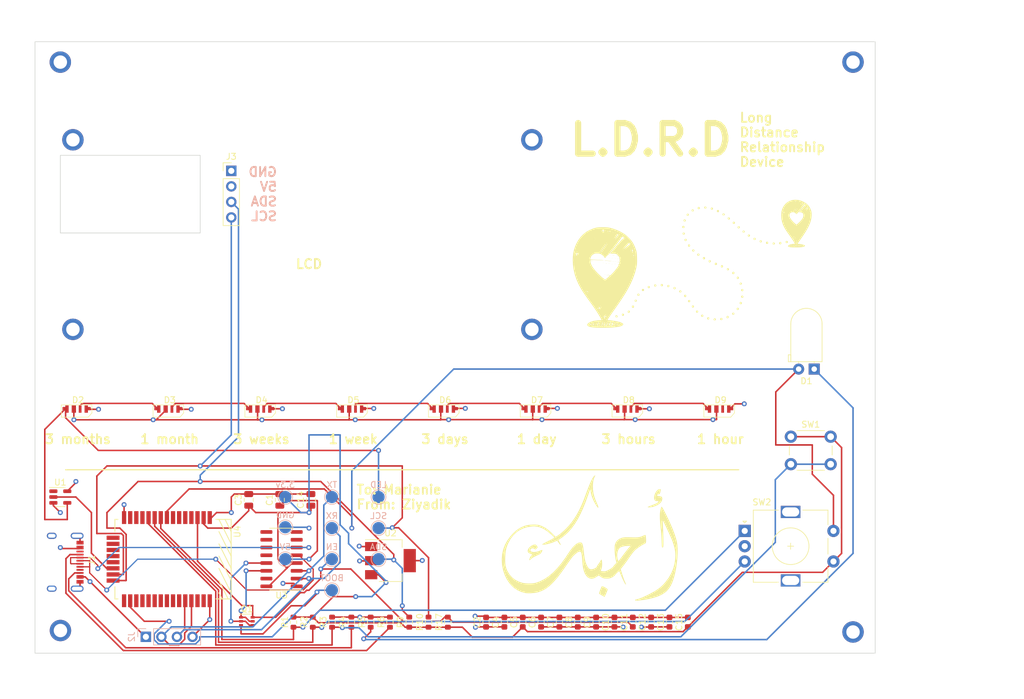
<source format=kicad_pcb>
(kicad_pcb (version 20211014) (generator pcbnew)
  (layers (0 "F.Cu" signal) (1 "In1.Cu" power) (2 "In2.Cu" power) (31 "B.Cu" signal) (34 "B.Paste" user) (35 "F.Paste" user) (36 "B.SilkS" user "B.Silkscreen") (37 "F.SilkS" user "F.Silkscreen") (38 "B.Mask" user) (39 "F.Mask" user) (44 "Edge.Cuts" user))
  (net 0 "")
  (net 1 "+5V")
  (net 2 "GND")
  (net 3 "+3V3")
  (net 4 "/ESP32_EN")
  (net 5 "Net-(D1-Pad1)")
  (net 6 "/push")
  (net 15 "/USB_SERIAL_RXI")
  (net 16 "/USB_SERIAL_TXO")
  (net 17 "/RTS")
  (net 18 "/DTR")
  (net 19 "/ESP32_BOOT")
  (net 20 "/RA")
  (net 21 "/RB")
  (net 22 "/light_switch")
  (net 23 "/USB_CC2")
  (net 24 "/USB_CC1")
  (net 25 "/SDA")
  (net 26 "/SCL")
  (net 27 "/LED_DATA_5V")
  (net 29 "/LED_DATA_3V3")
  (net 30 "/USB_D+")
  (net 31 "/USB_D-")
  (net 39 "Net-(D2-Pad3)")
  (net 40 "Net-(D3-Pad3)")
  (net 41 "Net-(D4-Pad3)")
  (net 42 "Net-(D5-Pad3)")
  (net 43 "Net-(D6-Pad3)")
  (net 44 "Net-(D7-Pad3)")
  (net 45 "Net-(D8-Pad3)")
  (footprint "Holes:MountingHole_2.2mm_M2_ISO7380_Pad_NonVirtual" (layer "F.Cu") (at 106.2 97.04)
    (fp_text reference "H3" hide)
    (fp_text value "AlignmentHole")
  )
  (footprint "LOGO" (layer "F.Cu") (at 208.28 86.36)
    (fp_text reference "" hide)
    (fp_text value "LOGO" hide)
  )
  (footprint "Capacitor_SMD:C_0805_2012Metric" (layer "F.Cu") (at 134.93 124.92 90)
    (fp_text reference "C3")
    (fp_text value "10uF")
  )
  (footprint "LOGO" (layer "F.Cu") (at 190.5 134.62)
    (fp_text reference "G***" hide)
    (fp_text value "LOGO" hide)
  )
  (footprint "Holes:MountingHole_2.2mm_M2_ISO7380_Pad_NonVirtual" (layer "F.Cu") (at 233.68 53.34)
    (fp_text reference "H4" hide)
    (fp_text value "MountHole")
  )
  (footprint "Capacitor_SMD:C_0603_1608Metric" (layer "F.Cu") (at 203.68272 144.92058 90)
    (fp_text reference "C13")
    (fp_text value "0.1uF")
  )
  (footprint "sk6812:SK6812-SIDE-A" (layer "F.Cu") (at 210 110)
    (fp_text reference "D9")
    (fp_text value "SK6812SIDE-A")
  )
  (footprint "Resistor_SMD:R_0603_1608Metric" (layer "F.Cu") (at 151.699375 144.92058 90)
    (fp_text reference "R4")
    (fp_text value "5.1k")
  )
  (footprint "Capacitor_SMD:C_0603_1608Metric" (layer "F.Cu") (at 200.685448 144.92058 90)
    (fp_text reference "C12")
    (fp_text value "0.1uF")
  )
  (footprint "Holes:MountingHole_2.2mm_M2_ISO7380_Pad_NonVirtual" (layer "F.Cu") (at 233.68 146.53)
    (fp_text reference "H7" hide)
    (fp_text value "MountHole")
  )
  (footprint "Resistor_SMD:R_0603_1608Metric" (layer "F.Cu") (at 167.465 144.92058 90)
    (fp_text reference "R17")
    (fp_text value "10k")
  )
  (footprint "Resistor_SMD:R_0603_1608Metric" (layer "F.Cu") (at 158.005625 144.92058 90)
    (fp_text reference "R6")
    (fp_text value "5.1k")
  )
  (footprint "Capacitor_SMD:C_0603_1608Metric" (layer "F.Cu") (at 206.68 144.92058 90)
    (fp_text reference "C15")
    (fp_text value "0.1uF")
  )
  (footprint "Capacitor_SMD:C_0603_1608Metric" (layer "F.Cu") (at 197.688176 144.92058 90)
    (fp_text reference "C11")
    (fp_text value "1uF")
  )
  (footprint "Resistor_SMD:R_0603_1608Metric" (layer "F.Cu") (at 142.24 144.92058 -90)
    (fp_text reference "R1")
    (fp_text value "5.1k")
  )
  (footprint "Rotary_Encoder:RotaryEncoder_Alps_EC11E-Switch_Vertical_H20mm" (layer "F.Cu") (at 215.98 130)
    (fp_text reference "SW2")
    (fp_text value "Scroll Click Wheel")
  )
  (footprint "Holes:MountingHole_2.2mm_M2_ISO7380_Pad_NonVirtual" (layer "F.Cu") (at 181.2 66.04)
    (fp_text reference "H1" hide)
    (fp_text value "AlignmentHole")
  )
  (footprint "Package_TO_SOT_SMD:SOT-23-5" (layer "F.Cu") (at 104.14 124.46)
    (fp_text reference "U1")
    (fp_text value "SN74LV1T34DBV")
  )
  (footprint "Package_SO:SOIC-16_3.9x9.9mm_P1.27mm" (layer "F.Cu") (at 140.29 134.62 180)
    (fp_text reference "U3")
    (fp_text value "CH340C")
  )
  (footprint "sk6812:SK6812-SIDE-A" (layer "F.Cu") (at 105 110)
    (fp_text reference "D2")
    (fp_text value "SK6812SIDE-A")
  )
  (footprint "Capacitor_SMD:C_0805_2012Metric" (layer "F.Cu") (at 145.09 124.92 90)
    (fp_text reference "C14")
    (fp_text value "10uF")
  )
  (footprint "Resistor_SMD:R_0603_1608Metric" (layer "F.Cu") (at 164.311875 144.92058 90)
    (fp_text reference "R10")
    (fp_text value "2.2k")
  )
  (footprint "Capacitor_SMD:C_0603_1608Metric" (layer "F.Cu") (at 182.701816 144.92058 90)
    (fp_text reference "C6")
    (fp_text value "0.1uF")
  )
  (footprint "Button_Switch_THT:SW_PUSH_6mm_H4.3mm" (layer "F.Cu") (at 223.52 114.59)
    (fp_text reference "SW1")
    (fp_text value "Light Switch")
  )
  (footprint "sk6812:SK6812-SIDE-A" (layer "F.Cu") (at 165 110)
    (fp_text reference "D6")
    (fp_text value "SK6812SIDE-A")
  )
  (footprint "Holes:MountingHole_2.2mm_M2_ISO7380_Pad_NonVirtual" (layer "F.Cu") (at 181.2 97.04)
    (fp_text reference "H8" hide)
    (fp_text value "AlignmentHole")
  )
  (footprint "sk6812:SK6812-SIDE-A" (layer "F.Cu") (at 180 110)
    (fp_text reference "D7")
    (fp_text value "SK6812SIDE-A")
  )
  (footprint "Holes:MountingHole_2.2mm_M2_ISO7380_Pad_NonVirtual" (layer "F.Cu") (at 106.2 66.04)
    (fp_text reference "H9" hide)
    (fp_text value "AlignmentHole")
  )
  (footprint "Capacitor_SMD:C_0805_2012Metric" (layer "F.Cu") (at 140.01 124.92 90)
    (fp_text reference "C1")
    (fp_text value "10uF")
  )
  (footprint "Capacitor_SMD:C_0603_1608Metric" (layer "F.Cu") (at 185.699088 144.92058 90)
    (fp_text reference "C7")
    (fp_text value "0.1uF")
  )
  (footprint "LED_THT:LED_D5.0mm_Horizontal_O1.27mm_Z15.0mm" (layer "F.Cu") (at 227.335 103.535 180)
    (fp_text reference "D1")
    (fp_text value "LED")
  )
  (footprint "Holes:MountingHole_2.2mm_M2_ISO7380_Pad_NonVirtual" (layer "F.Cu") (at 104.14 53.34)
    (fp_text reference "H6" hide)
    (fp_text value "MountHole")
  )
  (footprint "Capacitor_SMD:C_0603_1608Metric" (layer "F.Cu") (at 191.693632 144.92058 90)
    (fp_text reference "C9")
    (fp_text value "0.1uF")
  )
  (footprint "Resistor_SMD:R_0603_1608Metric" (layer "F.Cu") (at 148.54625 144.92058 90)
    (fp_text reference "R3")
    (fp_text value "5.1k")
  )
  (footprint "Resistor_SMD:R_0603_1608Metric" (layer "F.Cu") (at 154.8525 144.92058 90)
    (fp_text reference "R5")
    (fp_text value "5.1k")
  )
  (footprint "Resistor_SMD:R_0603_1608Metric" (layer "F.Cu") (at 145.393125 144.92058 90)
    (fp_text reference "R2")
    (fp_text value "5.1k")
  )
  (footprint "Capacitor_SMD:C_0603_1608Metric" (layer "F.Cu") (at 179.704544 144.92058 90)
    (fp_text reference "C5")
    (fp_text value "0.1uF")
  )
  (footprint "Capacitor_SMD:C_0603_1608Metric" (layer "F.Cu") (at 176.707272 144.92058 90)
    (fp_text reference "C4")
    (fp_text value "0.1uF")
  )
  (footprint "sk6812:SK6812-SIDE-A" (layer "F.Cu") (at 135 110)
    (fp_text reference "D4")
    (fp_text value "SK6812SIDE-A")
  )
  (footprint "Capacitor_SMD:C_0603_1608Metric" (layer "F.Cu") (at 194.690904 144.92058 90)
    (fp_text reference "C10")
    (fp_text value "0.1uF")
  )
  (footprint "sk6812:SK6812-SIDE-A" (layer "F.Cu") (at 120 110)
    (fp_text reference "D3")
    (fp_text value "SK6812SIDE-A")
  )
  (footprint "lilygo_micro32:T-Micro32" (layer "F.Cu") (at 128.5575 128.12 -90)
    (fp_text reference "U4")
    (fp_text value "T-Micro32_Plus")
  )
  (footprint "Resistor_SMD:R_0603_1608Metric" (layer "F.Cu") (at 161.15875 144.92058 90)
    (fp_text reference "R9")
    (fp_text value "2.2k")
  )
  (footprint "sk6812:SK6812-SIDE-A" (layer "F.Cu") (at 150 110)
    (fp_text reference "D5")
    (fp_text value "SK6812SIDE-A")
  )
  (footprint "Package_TO_SOT_SMD:SOT-223-3_TabPin2" (layer "F.Cu") (at 158.09 134.86)
    (fp_text reference "U2")
    (fp_text value "AP2114HA-3.3")
  )
  (footprint "sk6812:SK6812-SIDE-A" (layer "F.Cu") (at 195 110)
    (fp_text reference "D8")
    (fp_text value "SK6812SIDE-A")
  )
  (footprint "Capacitor_SMD:C_0603_1608Metric" (layer "F.Cu") (at 173.71 144.92058 90)
    (fp_text reference "C2")
    (fp_text value "0.1uF")
  )
  (footprint "Capacitor_SMD:C_0603_1608Metric" (layer "F.Cu") (at 188.69636 144.92058 90)
    (fp_text reference "C8")
    (fp_text value "0.1uF")
  )
  (footprint "Holes:MountingHole_2.2mm_M2_ISO7380_Pad_NonVirtual" (layer "F.Cu") (at 104.16 146.29)
    (fp_text reference "H2" hide)
    (fp_text value "MountHole")
  )
  (footprint "Connector_PinHeader_2.54mm:PinHeader_1x04_P2.54mm_Vertical" (layer "F.Cu") (at 132.08 71.12)
    (fp_text reference "J3")
    (fp_text value "Conn_01x04")
  )
  (footprint "usb-c:USB_C_Receptacle_XKB_U262-161N-4BVC11" (layer "F.Cu") (at 102.34 134.62 -90)
    (fp_text reference "J1")
    (fp_text value "USB_C_Receptacle_USB2.0")
  )
  (footprint "Package_TO_SOT_SMD:SOT-363_SC-70-6" (layer "F.Cu") (at 134.62 144.78)
    (fp_text reference "Q1")
    (fp_text value "UMH3N")
  )
  (footprint "Modified:TestPoint_Pad_D2.0mm_ValueSilk" (layer "B.Cu") (at 140.9 124.46 180)
    (fp_text reference "TP3" hide)
    (fp_text value "3.3v" hide)
  )
  (footprint "Modified:TestPoint_Pad_D2.0mm_ValueSilk" (layer "B.Cu") (at 156.14 124.46 180)
    (fp_text reference "TP4" hide)
    (fp_text value "LED" hide)
  )
  (footprint "Modified:TestPoint_Pad_D2.0mm_ValueSilk" (layer "B.Cu") (at 156.14 134.62 180)
    (fp_text reference "TP5" hide)
    (fp_text value "SDA" hide)
  )
  (footprint "Modified:TestPoint_Pad_D2.0mm_ValueSilk" (layer "B.Cu") (at 140.9 134.62 180)
    (fp_text reference "TP1" hide)
    (fp_text value "5V" hide)
  )
  (footprint "Modified:TestPoint_Pad_D2.0mm_ValueSilk" (layer "B.Cu") (at 140.9 129.4 180)
    (fp_text reference "TP2" hide)
    (fp_text value "GND" hide)
  )
  (footprint "Modified:TestPoint_Pad_D2.0mm_ValueSilk" (layer "B.Cu") (at 148.52 134.62 180)
    (fp_text reference "TP7" hide)
    (fp_text value "EN" hide)
  )
  (footprint "Modified:TestPoint_Pad_D2.0mm_ValueSilk" (layer "B.Cu") (at 148.52 139.7 180)
    (fp_text reference "TP8" hide)
    (fp_text value "BOOT" hide)
  )
  (footprint "Modified:TestPoint_Pad_D2.0mm_ValueSilk" (layer "B.Cu") (at 156.14 129.54 180)
    (fp_text reference "TP6" hide)
    (fp_text value "SCL" hide)
  )
  (footprint "Modified:TestPoint_Pad_D2.0mm_ValueSilk" (layer "B.Cu") (at 148.52 129.54 180)
    (fp_text reference "TP10" hide)
    (fp_text value "RX" hide)
  )
  (footprint "Connector_PinHeader_2.54mm:PinHeader_1x04_P2.54mm_Vertical" (layer "B.Cu") (at 118.12 147.32 -90)
    (fp_text reference "J2")
    (fp_text value "Conn_01x04")
  )
  (footprint "Modified:TestPoint_Pad_D2.0mm_ValueSilk" (layer "B.Cu") (at 148.52 124.46 180)
    (fp_text reference "TP9" hide)
    (fp_text value "TX" hide)
  )
  (gr_line (start 105 120) (end 215 120) (layer "F.SilkS") (width 0.2))
  (gr_rect (start 100 50) (end 237.3 150) (layer "Edge.Cuts") (width 0.1) (fill none))
  (gr_rect (start 104.14 68.58) (end 127 81.28) (layer "Edge.Cuts") (width 0.1) (fill none))
  (gr_text "GND\n5V\nSDA\nSCL" (at 139.7 74.928226) (layer "B.SilkS") (effects (font (size 1.5 1.5) (thickness 0.3)) (justify left mirror)))
  (gr_text "To: Marianie\nFrom: Ziyadik" (at 152.4 124.46) (layer "F.SilkS") (effects (font (size 1.5 1.5) (thickness 0.3)) (justify left)))
  (gr_text "3 days" (at 167 115) (layer "F.SilkS") (effects (font (size 1.5 1.5) (thickness 0.3))))
  (gr_text "1 hour" (at 212 115) (layer "F.SilkS") (effects (font (size 1.5 1.5) (thickness 0.3))))
  (gr_text "1 day" (at 182 115) (layer "F.SilkS") (effects (font (size 1.5 1.5) (thickness 0.3))))
  (gr_text "LCD" (at 144.78 86.36) (layer "F.SilkS") (effects (font (size 1.5 1.5) (thickness 0.3))))
  (gr_text "L.D.R.D" (at 200.66 66.04) (layer "F.SilkS") (effects (font (size 5 5) (thickness 1))))
  (gr_text "3 months" (at 107 115) (layer "F.SilkS") (effects (font (size 1.5 1.5) (thickness 0.3))))
  (gr_text "3 weeks" (at 137 115) (layer "F.SilkS") (effects (font (size 1.5 1.5) (thickness 0.3))))
  (gr_text "3 hours" (at 197 115) (layer "F.SilkS") (effects (font (size 1.5 1.5) (thickness 0.3))))
  (gr_text "1 month" (at 122 115) (layer "F.SilkS") (effects (font (size 1.5 1.5) (thickness 0.3))))
  (gr_text "1 week" (at 152 115) (layer "F.SilkS") (effects (font (size 1.5 1.5) (thickness 0.3))))
  (gr_text "Long \nDistance \nRelationship \nDevice" (at 215 66.04) (layer "F.SilkS") (effects (font (size 1.5 1.5) (thickness 0.3)) (justify left)))
  (segment (start 119.312844 111.827156) (end 119.807464 111.827156) (width 0.25) (layer "F.Cu") (net 1))
  (segment (start 119.807464 111.827156) (end 121.35 110.28462) (width 0.25) (layer "F.Cu") (net 1))
  (segment (start 166.35 110) (end 166.308082 110.041918) (width 0.25) (layer "F.Cu") (net 1))
  (segment (start 108.220409 137.52) (end 107.36 137.52) (width 0.25) (layer "F.Cu") (net 1))
  (segment (start 181.35 110.525) (end 181.331194 110.543806) (width 0.25) (layer "F.Cu") (net 1))
  (segment (start 181.35 110) (end 181.35 110.525) (width 0.25) (layer "F.Cu") (net 1))
  (segment (start 182.701816 145.69558) (end 185.699088 145.69558) (width 0.25) (layer "F.Cu") (net 1))
  (segment (start 194.690904 145.69558) (end 196.074012 145.69558) (width 0.25) (layer "F.Cu") (net 1))
  (segment (start 173.71 145.69558) (end 172.037188 145.69558) (width 0.25) (layer "F.Cu") (net 1))
  (segment (start 136.35 110) (end 136.374539 110.024539) (width 0.25) (layer "F.Cu") (net 1))
  (segment (start 196.074012 145.69558) (end 196.100914 145.722482) (width 0.25) (layer "F.Cu") (net 1))
  (segment (start 106.35 110) (end 106.35 111.820986) (width 0.25) (layer "F.Cu") (net 1))
  (segment (start 166.288456 111.823773) (end 152.336227 111.823773) (width 0.25) (layer "F.Cu") (net 1))
  (segment (start 106.35617 111.827156) (end 119.312844 111.827156) (width 0.25) (layer "F.Cu") (net 1))
  (segment (start 182.844133 111.795867) (end 181.331194 111.795867) (width 0.25) (layer "F.Cu") (net 1))
  (segment (start 107.36 132.72) (end 107.196799 132.883201) (width 0.25) (layer "F.Cu") (net 1))
  (segment (start 199.087118 145.722482) (end 200.658546 145.722482) (width 0.25) (layer "F.Cu") (net 1))
  (segment (start 136.374539 111.802538) (end 136.349921 111.827156) (width 0.25) (layer "F.Cu") (net 1))
  (segment (start 154.94 132.56) (end 153.04644 132.56) (width 0.25) (layer "F.Cu") (net 1))
  (segment (start 146.14 133.26) (end 144.78 134.62) (width 0.25) (layer "F.Cu") (net 1))
  (segment (start 140.01 125.87) (end 140.835 125.045) (width 0.25) (layer "F.Cu") (net 1))
  (segment (start 136.349921 111.827156) (end 119.807464 111.827156) (width 0.25) (layer "F.Cu") (net 1))
  (segment (start 151.35 110) (end 151.35 111.823773) (width 0.25) (layer "F.Cu") (net 1))
  (segment (start 200.658546 145.722482) (end 200.685448 145.69558) (width 0.25) (layer "F.Cu") (net 1))
  (segment (start 181.331194 110.543806) (end 181.331194 111.795867) (width 0.25) (layer "F.Cu") (net 1))
  (segment (start 173.71 145.69558) (end 176.707272 145.69558) (width 0.25) (layer "F.Cu") (net 1))
  (segment (start 136.374539 110.024539) (end 136.374539 111.802538) (width 0.25) (layer "F.Cu") (net 1))
  (segment (start 136.408054 111.836053) (end 136.374539 111.802538) (width 0.25) (layer "F.Cu") (net 1))
  (segment (start 106.68 122.1075) (end 106.68 121.92) (width 0.25) (layer "F.Cu") (net 1))
  (segment (start 181.331194 111.795867) (end 181.322914 111.804147) (width 0.25) (layer "F.Cu") (net 1))
  (segment (start 167.595853 111.804147) (end 166.308082 111.804147) (width 0.25) (layer "F.Cu") (net 1))
  (segment (start 121.35 110.28462) (end 121.35 110) (width 0.25) (layer "F.Cu") (net 1))
  (segment (start 181.322914 111.804147) (end 167.595853 111.804147) (width 0.25) (layer "F.Cu") (net 1))
  (segment (start 152.336227 111.823773) (end 151.35 111.823773) (width 0.25) (layer "F.Cu") (net 1))
  (segment (start 196.35 110) (end 196.35 111.710414) (width 0.25) (layer "F.Cu") (net 1))
  (segment (start 166.308082 111.804147) (end 166.288456 111.823773) (width 0.25) (layer "F.Cu") (net 1))
  (segment (start 118.12 147.32) (end 118.020409 147.32) (width 0.25) (layer "F.Cu") (net 1))
  (segment (start 211.369851 110.019851) (end 211.369851 111.771732) (width 0.25) (layer "F.Cu") (net 1))
  (segment (start 166.308082 110.041918) (end 166.308082 111.804147) (width 0.25) (layer "F.Cu") (net 1))
  (segment (start 107.196799 132.883201) (end 104.304531 132.883201) (width 0.25) (layer "F.Cu") (net 1))
  (segment (start 210.784133 111.795867) (end 198.084133 111.795867) (width 0.25) (layer "F.Cu") (net 1))
  (segment (start 211.35 110) (end 211.369851 110.019851) (width 0.25) (layer "F.Cu") (net 1))
  (segment (start 185.699088 145.69558) (end 188.69636 145.69558) (width 0.25) (layer "F.Cu") (net 1))
  (segment (start 151.33772 111.836053) (end 137.083947 111.836053) (width 0.25) (layer "F.Cu") (net 1))
  (segment (start 211.369851 111.771732) (end 211.345716 111.795867) (width 0.25) (layer "F.Cu") (net 1))
  (segment (start 118.020409 147.32) (end 108.993401 138.292992) (width 0.25) (layer "F.Cu") (net 1))
  (segment (start 104.304531 132.883201) (end 104.14 132.71867) (width 0.25) (layer "F.Cu") (net 1))
  (segment (start 146.098858 125.045) (end 146.14 125.086142) (width 0.25) (layer "F.Cu") (net 1))
  (segment (start 151.35 111.823773) (end 151.33772 111.836053) (width 0.25) (layer "F.Cu") (net 1))
  (segment (start 191.693632 145.69558) (end 194.690904 145.69558) (width 0.25) (layer "F.Cu") (net 1))
  (segment (start 146.14 125.086142) (end 146.14 133.26) (width 0.25) (layer "F.Cu") (net 1))
  (segment (start 153.04644 132.56) (end 152.979227 132.492787) (width 0.25) (layer "F.Cu") (net 1))
  (segment (start 105.2775 123.51) (end 106.68 122.1075) (width 0.25) (layer "F.Cu") (net 1))
  (segment (start 136.35 110) (end 136.35 110.03) (width 0.25) (layer "F.Cu") (net 1))
  (segment (start 196.264547 111.795867) (end 182.844133 111.795867) (width 0.25) (layer "F.Cu") (net 1))
  (segment (start 106.35 111.820986) (end 106.35617 111.827156) (width 0.25) (layer "F.Cu") (net 1))
  (segment (start 172.037188 145.69558) (end 171.973401 145.759367) (width 0.25) (layer "F.Cu") (net 1))
  (segment (start 140.835 125.045) (end 146.098858 125.045) (width 0.25) (layer "F.Cu") (net 1))
  (segment (start 188.69636 145.69558) (end 191.693632 145.69558) (width 0.25) (layer "F.Cu") (net 1))
  (segment (start 203.68272 145.69558) (end 200.685448 145.69558) (width 0.25) (layer "F.Cu") (net 1))
  (segment (start 137.083947 111.836053) (end 136.408054 111.836053) (width 0.25) (layer "F.Cu") (net 1))
  (segment (start 198.084133 111.795867) (end 196.264547 111.795867) (width 0.25) (layer "F.Cu") (net 1))
  (segment (start 196.35 111.710414) (end 196.264547 111.795867) (width 0.25) (layer "F.Cu") (net 1))
  (segment (start 108.993401 138.292992) (end 108.220409 137.52) (width 0.25) (layer "F.Cu") (net 1))
  (segment (start 211.345716 111.795867) (end 210.784133 111.795867) (width 0.25) (layer "F.Cu") (net 1))
  (via (at 137.083947 111.836053) (size 0.8) (drill 0.4) (layers "F.Cu" "B.Cu") (net 1))
  (via (at 119.312844 111.827156) (size 0.8) (drill 0.4) (layers "F.Cu" "B.Cu") (net 1))
  (via (at 210.784133 111.795867) (size 0.8) (drill 0.4) (layers "F.Cu" "B.Cu") (net 1))
  (via (at 106.68 121.92) (size 0.8) (drill 0.4) (layers "F.Cu" "B.Cu") (net 1))
  (via (at 144.78 134.62) (size 0.8) (drill 0.4) (layers "F.Cu" "B.Cu") (net 1))
  (via (at 152.979227 132.492787) (size 0.8) (drill 0.4) (layers "F.Cu" "B.Cu") (net 1))
  (via (at 152.336227 111.823773) (size 0.8) (drill 0.4) (layers "F.Cu" "B.Cu") (net 1))
  (via (at 167.595853 111.804147) (size 0.8) (drill 0.4) (layers "F.Cu" "B.Cu") (net 1))
  (via (at 182.844133 111.795867) (size 0.8) (drill 0.4) (layers "F.Cu" "B.Cu") (net 1))
  (via (at 104.14 132.71867) (size 0.8) (drill 0.4) (layers "F.Cu" "B.Cu") (net 1))
  (via (at 199.087118 145.722482) (size 0.8) (drill 0.4) (layers "F.Cu" "B.Cu") (net 1))
  (via (at 198.084133 111.795867) (size 0.8) (drill 0.4) (layers "F.Cu" "B.Cu") (net 1))
  (via (at 171.973401 145.759367) (size 0.8) (drill 0.4) (layers "F.Cu" "B.Cu") (net 1))
  (via (at 108.993401 138.292992) (size 0.8) (drill 0.4) (layers "F.Cu" "B.Cu") (net 1))
  (via (at 106.35617 111.827156) (size 0.8) (drill 0.4) (layers "F.Cu" "B.Cu") (net 1))
  (via (at 196.100914 145.722482) (size 0.8) (drill 0.4) (layers "F.Cu" "B.Cu") (net 1))
  (segment (start 140.9 134.62) (end 144.78 134.62) (width 0.25) (layer "B.Cu") (net 1))
  (segment (start 161.24 134.86) (end 163.255444 134.86) (width 0.25) (layer "F.Cu") (net 2))
  (segment (start 107.36 131.92) (end 107.36 131.275) (width 0.25) (layer "F.Cu") (net 2))
  (segment (start 200.40052 110.032193) (end 198.632193 110.032193) (width 0.25) (layer "F.Cu") (net 2))
  (segment (start 110.387507 110.110711) (end 108.710711 110.110711) (width 0.25) (layer "F.Cu") (net 2))
  (segment (start 206.68 144.14558) (end 203.68272 144.14558) (width 0.25) (layer "F.Cu") (net 2))
  (segment (start 125.74 147.32) (end 128.5575 144.5025) (width 0.25) (layer "F.Cu") (net 2))
  (segment (start 132.57 123.97) (end 134.93 123.97) (width 0.25) (layer "F.Cu") (net 2))
  (segment (start 128.5575 144.5025) (end 128.5575 141.12) (width 0.25) (layer "F.Cu") (net 2))
  (segment (start 129.6775 127) (end 132.08 127) (width 0.25) (layer "F.Cu") (net 2))
  (segment (start 142.765 139.065) (end 142.277716 138.577716) (width 0.25) (layer "F.Cu") (net 2))
  (segment (start 153.625466 109.974534) (end 153.6 110) (width 0.25) (layer "F.Cu") (net 2))
  (segment (start 125.529596 110.110711) (end 123.710711 110.110711) (width 0.25) (layer "F.Cu") (net 2))
  (segment (start 191.693632 144.14558) (end 188.69636 144.14558) (width 0.25) (layer "F.Cu") (net 2))
  (segment (start 108.710711 110.110711) (end 108.6 110) (width 0.25) (layer "F.Cu") (net 2))
  (segment (start 179.704544 144.14558) (end 176.707272 144.14558) (width 0.25) (layer "F.Cu") (net 2))
  (segment (start 154.8525 144.09558) (end 158.005625 144.09558) (width 0.25) (layer "F.Cu") (net 2))
  (segment (start 155.358787 109.974534) (end 153.625466 109.974534) (width 0.25) (layer "F.Cu") (net 2))
  (segment (start 173.504961 143.940541) (end 173.71 144.14558) (width 0.25) (layer "F.Cu") (net 2))
  (segment (start 200.685448 144.14558) (end 203.68272 144.14558) (width 0.25) (layer "F.Cu") (net 2))
  (segment (start 188.69636 144.14558) (end 185.699088 144.14558) (width 0.25) (layer "F.Cu") (net 2))
  (segment (start 134.93 123.97) (end 140.01 123.97) (width 0.25) (layer "F.Cu") (net 2))
  (segment (start 170.318196 109.963669) (end 168.636331 109.963669) (width 0.25) (layer "F.Cu") (net 2))
  (segment (start 114.5575 128.12) (end 114.5575 125.702532) (width 0.25) (layer "F.Cu") (net 2))
  (segment (start 148.54625 144.09558) (end 151.699375 144.09558) (width 0.25) (layer "F.Cu") (net 2))
  (segment (start 183.636331 109.963669) (end 183.6 110) (width 0.25) (layer "F.Cu") (net 2))
  (segment (start 197.688176 144.14558) (end 200.685448 144.14558) (width 0.25) (layer "F.Cu") (net 2))
  (segment (start 215.9 109.22) (end 214.38 109.22) (width 0.25) (layer "F.Cu") (net 2))
  (segment (start 182.701816 144.14558) (end 185.699088 144.14558) (width 0.25) (layer "F.Cu") (net 2))
  (segment (start 163.255444 134.86) (end 163.285719 134.829725) (width 0.25) (layer "F.Cu") (net 2))
  (segment (start 103.0025 125.8625) (end 104.14 127) (width 0.25) (layer "F.Cu") (net 2))
  (segment (start 153.047888 134.909844) (end 154.890156 134.909844) (width 0.25) (layer "F.Cu") (net 2))
  (segment (start 107.36 131.275) (end 106.885 130.8) (width 0.25) (layer "F.Cu") (net 2))
  (segment (start 107.36 138.32) (end 107.36 138.965) (width 0.25) (layer "F.Cu") (net 2))
  (segment (start 168.636331 109.963669) (end 168.6 110) (width 0.25) (layer "F.Cu") (net 2))
  (segment (start 128.5575 128.12) (end 129.6775 127) (width 0.25) (layer "F.Cu") (net 2))
  (segment (start 198.632193 110.032193) (end 198.6 110) (width 0.25) (layer "F.Cu") (net 2))
  (segment (start 171.917437 143.940541) (end 173.504961 143.940541) (width 0.25) (layer "F.Cu") (net 2))
  (segment (start 179.704544 144.14558) (end 182.701816 144.14558) (width 0.25) (layer "F.Cu") (net 2))
  (segment (start 132.08 127) (end 132.08 124.46) (width 0.25) (layer "F.Cu") (net 2))
  (segment (start 197.688176 144.14558) (end 194.690904 144.14558) (width 0.25) (layer "F.Cu") (net 2))
  (segment (start 140.429785 110.028429) (end 138.628429 110.028429) (width 0.25) (layer "F.Cu") (net 2))
  (segment (start 103.0025 125.41) (end 103.0025 125.8625) (width 0.25) (layer "F.Cu") (net 2))
  (segment (start 185.363205 109.963669) (end 183.636331 109.963669) (width 0.25) (layer "F.Cu") (net 2))
  (segment (start 138.628429 110.028429) (end 138.6 110) (width 0.25) (layer "F.Cu") (net 2))
  (segment (start 123.710711 110.110711) (end 123.6 110) (width 0.25) (layer "F.Cu") (net 2))
  (segment (start 132.08 124.46) (end 132.57 123.97) (width 0.25) (layer "F.Cu") (net 2))
  (segment (start 154.8525 144.09558) (end 153.08442 144.09558) (width 0.25) (layer "F.Cu") (net 2))
  (segment (start 153.08442 144.09558) (end 151.699375 144.09558) (width 0.25) (layer "F.Cu") (net 2))
  (segment (start 107.36 138.965) (end 106.885 139.44) (width 0.25) (layer "F.Cu") (net 2))
  (segment (start 173.71 144.14558) (end 176.707272 144.14558) (width 0.25) (layer "F.Cu") (net 2))
  (segment (start 142.277716 138.577716) (end 140.522625 138.577716) (width 0.25) (layer "F.Cu") (net 2))
  (segment (start 214.38 109.22) (end 213.6 110) (width 0.25) (layer "F.Cu") (net 2))
  (segment (start 154.890156 134.909844) (end 154.94 134.86) (width 0.25) (layer "F.Cu") (net 2))
  (segment (start 191.693632 144.14558) (end 194.690904 144.14558) (width 0.25) (layer "F.Cu") (net 2))
  (segment (start 145.09 123.97) (end 140.01 123.97) (width 0.25) (layer "F.Cu") (net 2))
  (via (at 200.40052 110.032193) (size 0.8) (drill 0.4) (layers "F.Cu" "B.Cu") (net 2))
  (via (at 140.429785 110.028429) (size 0.8) (drill 0.4) (layers "F.Cu" "B.Cu") (net 2))
  (via (at 110.387507 110.110711) (size 0.8) (drill 0.4) (layers "F.Cu" "B.Cu") (net 2))
  (via (at 114.5575 125.702532) (size 0.8) (drill 0.4) (layers "F.Cu" "B.Cu") (net 2))
  (via (at 104.14 127) (size 0.8) (drill 0.4) (layers "F.Cu" "B.Cu") (net 2))
  (via (at 185.363205 109.963669) (size 0.8) (drill 0.4) (layers "F.Cu" "B.Cu") (net 2))
  (via (at 144.78 129.54) (size 0.8) (drill 0.4) (layers "F.Cu" "B.Cu") (net 2))
  (via (at 153.047888 134.909844) (size 0.8) (drill 0.4) (layers "F.Cu" "B.Cu") (net 2))
  (via (at 215.9 109.22) (size 0.8) (drill 0.4) (layers "F.Cu" "B.Cu") (net 2))
  (via (at 132.08 127) (size 0.8) (drill 0.4) (layers "F.Cu" "B.Cu") (net 2))
  (via (at 140.522625 138.577716) (size 0.8) (drill 0.4) (layers "F.Cu" "B.Cu") (net 2))
  (via (at 153.08442 144.09558) (size 0.8) (drill 0.4) (layers "F.Cu" "B.Cu") (net 2))
  (via (at 170.318196 109.963669) (size 0.8) (drill 0.4) (layers "F.Cu" "B.Cu") (net 2))
  (via (at 125.529596 110.110711) (size 0.8) (drill 0.4) (layers "F.Cu" "B.Cu") (net 2))
  (via (at 171.917437 143.940541) (size 0.8) (drill 0.4) (layers "F.Cu" "B.Cu") (net 2))
  (via (at 128.5575 144.5025) (size 0.8) (drill 0.4) (layers "F.Cu" "B.Cu") (net 2))
  (via (at 163.285719 134.829725) (size 0.8) (drill 0.4) (layers "F.Cu" "B.Cu") (net 2))
  (via (at 155.358787 109.974534) (size 0.8) (drill 0.4) (layers "F.Cu" "B.Cu") (net 2))
  (segment (start 140.9 129.4) (end 144.64 129.4) (width 0.25) (layer "B.Cu") (net 2))
  (segment (start 144.64 129.4) (end 144.78 129.54) (width 0.25) (layer "B.Cu") (net 2))
  (segment (start 167.465 145.74558) (end 169.837913 145.74558) (width 0.25) (layer "F.Cu") (net 3))
  (segment (start 145.393125 144.09558) (end 146.318125 145.02058) (width 0.25) (layer "F.Cu") (net 3))
  (segment (start 205.905 146.47058) (end 206.68 145.69558) (width 0.25) (layer "F.Cu") (net 3))
  (segment (start 215.60058 136.775) (end 228.705 136.775) (width 0.25) (layer "F.Cu") (net 3))
  (segment (start 139.7 134.62) (end 141.168375 136.088375) (width 0.25) (layer "F.Cu") (net 3))
  (segment (start 142.24 144.09558) (end 145.393125 144.09558) (width 0.25) (layer "F.Cu") (net 3))
  (segment (start 157.367374 138.432086) (end 156.095288 137.16) (width 0.25) (layer "F.Cu") (net 3))
  (segment (start 231.805 133.675) (end 230.48 135) (width 0.25) (layer "F.Cu") (net 3))
  (segment (start 161.15875 145.74558) (end 164.311875 145.74558) (width 0.25) (layer "F.Cu") (net 3))
  (segment (start 145.09 125.87) (end 145.09 126.69) (width 0.25) (layer "F.Cu") (net 3))
  (segment (start 228.705 136.775) (end 230.48 135) (width 0.25) (layer "F.Cu") (net 3))
  (segment (start 138.191751 139.065) (end 141.168375 136.088375) (width 0.25) (layer "F.Cu") (net 3))
  (segment (start 145.393125 144.09558) (end 148.744706 140.743999) (width 0.25) (layer "F.Cu") (net 3))
  (segment (start 146.318125 145.02058) (end 159.764184 145.02058) (width 0.25) (layer "F.Cu") (net 3))
  (segment (start 141.168375 136.088375) (end 142.001751 135.255) (width 0.25) (layer "F.Cu") (net 3))
  (segment (start 160.489184 145.74558) (end 161.15875 145.74558) (width 0.25) (layer "F.Cu") (net 3))
  (segment (start 134.93 126.69) (end 134.93 125.87) (width 0.25) (layer "F.Cu") (net 3))
  (segment (start 148.744706 140.743999) (end 152.401567 140.743999) (width 0.25) (layer "F.Cu") (net 3))
  (segment (start 159.764184 145.02058) (end 160.489184 145.74558) (width 0.25) (layer "F.Cu") (net 3))
  (segment (start 230.02 114.59) (end 231.805 116.375) (width 0.25) (layer "F.Cu") (net 3))
  (segment (start 142.001751 135.255) (end 142.765 135.255) (width 0.25) (layer "F.Cu") (net 3))
  (segment (start 134.93 125.87) (end 136.06 127) (width 0.25) (layer "F.Cu") (net 3))
  (segment (start 156.095288 137.16) (end 154.94 137.16) (width 0.25) (layer "F.Cu") (net 3))
  (segment (start 171.448559 147.356226) (end 178.043898 147.356226) (width 0.25) (layer "F.Cu") (net 3))
  (segment (start 231.805 116.375) (end 231.805 133.675) (width 0.25) (layer "F.Cu") (net 3))
  (segment (start 132.08 129.54) (end 134.93 126.69) (width 0.25) (layer "F.Cu") (net 3))
  (segment (start 145.09 126.69) (end 144.78 127) (width 0.25) (layer "F.Cu") (net 3))
  (segment (start 127.5575 128.87) (end 128.2275 129.54) (width 0.25) (layer "F.Cu") (net 3))
  (segment (start 137.815 139.065) (end 138.191751 139.065) (width 0.25) (layer "F.Cu") (net 3))
  (segment (start 180.479544 146.47058) (end 205.905 146.47058) (width 0.25) (layer "F.Cu") (net 3))
  (segment (start 206.68 145.69558) (end 215.60058 136.775) (width 0.25) (layer "F.Cu") (net 3))
  (segment (start 223.52 114.59) (end 230.02 114.59) (width 0.25) (layer "F.Cu") (net 3))
  (segment (start 178.043898 147.356226) (end 179.704544 145.69558) (width 0.25) (layer "F.Cu") (net 3))
  (segment (start 139.7 127) (end 139.7 134.62) (width 0.25) (layer "F.Cu") (net 3))
  (segment (start 127.5575 128.12) (end 127.5575 128.87) (width 0.25) (layer "F.Cu") (net 3))
  (segment (start 179.704544 145.69558) (end 180.479544 146.47058) (width 0.25) (layer "F.Cu") (net 3))
  (segment (start 136.06 127) (end 139.7 127) (width 0.25) (layer "F.Cu") (net 3))
  (segment (start 167.465 145.74558) (end 164.311875 145.74558) (width 0.25) (layer "F.Cu") (net 3))
  (segment (start 169.837913 145.74558) (end 171.448559 147.356226) (width 0.25) (layer "F.Cu") (net 3))
  (segment (start 139.7 127) (end 144.78 127) (width 0.25) (layer "F.Cu") (net 3))
  (segment (start 128.2275 129.54) (end 132.08 129.54) (width 0.25) (layer "F.Cu") (net 3))
  (via (at 152.401567 140.743999) (size 0.8) (drill 0.4) (layers "F.Cu" "B.Cu") (net 3))
  (via (at 144.78 127) (size 0.8) (drill 0.4) (layers "F.Cu" "B.Cu") (net 3))
  (via (at 157.367374 138.432086) (size 0.8) (drill 0.4) (layers "F.Cu" "B.Cu") (net 3))
  (segment (start 157.367374 138.432086) (end 157.367374 138.204025) (width 0.25) (layer "B.Cu") (net 3))
  (segment (start 144.78 127) (end 144.78 114.3) (width 0.25) (layer "B.Cu") (net 3))
  (segment (start 149.86 129.006167) (end 149.86 114.3) (width 0.25) (layer "B.Cu") (net 3))
  (segment (start 140.9 124.46) (end 143.44 127) (width 0.25) (layer "B.Cu") (net 3))
  (segment (start 151.243349 132.08) (end 151.243349 130.389516) (width 0.25) (layer "B.Cu") (net 3))
  (segment (start 155.055461 140.743999) (end 152.401567 140.743999) (width 0.25) (layer "B.Cu") (net 3))
  (segment (start 157.367374 138.432086) (end 155.055461 140.743999) (width 0.25) (layer "B.Cu") (net 3))
  (segment (start 157.367374 138.204025) (end 151.243349 132.08) (width 0.25) (layer "B.Cu") (net 3))
  (segment (start 151.243349 130.389516) (end 149.86 129.006167) (width 0.25) (layer "B.Cu") (net 3))
  (segment (start 143.44 127) (end 144.78 127) (width 0.25) (layer "B.Cu") (net 3))
  (segment (start 149.86 114.3) (end 144.78 114.3) (width 0.25) (layer "B.Cu") (net 3))
  (segment (start 151.611201 136.231201) (end 160.20058 144.82058) (width 0.25) (layer "F.Cu") (net 4))
  (segment (start 144.78 139.7) (end 146.69749 137.78251) (width 0.25) (layer "F.Cu") (net 4))
  (segment (start 166.95558 144.09558) (end 167.465 144.09558) (width 0.25) (layer "F.Cu") (net 4))
  (segment (start 143.373404 140.09) (end 144.014636 140.09) (width 0.25) (layer "F.Cu") (net 4))
  (segment (start 164.844917 144.78) (end 166.27116 144.78) (width 0.25) (layer "F.Cu") (net 4))
  (segment (start 126.5575 134.960812) (end 133.823683 142.226995) (width 0.25) (layer "F.Cu") (net 4))
  (segment (start 139.333404 144.13) (end 143.373404 140.09) (width 0.25) (layer "F.Cu") (net 4))
  (segment (start 164.804337 144.82058) (end 164.844917 144.78) (width 0.25) (layer "F.Cu") (net 4))
  (segment (start 166.27116 144.78) (end 166.95558 144.09558) (width 0.25) (layer "F.Cu") (net 4))
  (segment (start 126.5575 128.12) (end 126.5575 134.960812) (width 0.25) (layer "F.Cu") (net 4))
  (segment (start 196.913176 144.92058) (end 168.29 144.92058) (width 0.25) (layer "F.Cu") (net 4))
  (segment (start 197.688176 145.69558) (end 196.913176 144.92058) (width 0.25) (layer "F.Cu") (net 4))
  (segment (start 144.014636 140.09) (end 144.404636 139.7) (width 0.25) (layer "F.Cu") (net 4))
  (segment (start 146.69749 136.231201) (end 151.611201 136.231201) (width 0.25) (layer "F.Cu") (net 4))
  (segment (start 168.29 144.92058) (end 167.465 144.09558) (width 0.25) (layer "F.Cu") (net 4))
  (segment (start 135.592623 142.226995) (end 135.57 142.249618) (width 0.25) (layer "F.Cu") (net 4))
  (segment (start 160.20058 144.82058) (end 164.804337 144.82058) (width 0.25) (layer "F.Cu") (net 4))
  (segment (start 133.823683 142.226995) (end 135.592623 142.226995) (width 0.25) (layer "F.Cu") (net 4))
  (segment (start 146.69749 137.78251) (end 146.69749 136.231201) (width 0.25) (layer "F.Cu") (net 4))
  (segment (start 144.404636 139.7) (end 144.78 139.7) (width 0.25) (layer "F.Cu") (net 4))
  (segment (start 135.57 142.249618) (end 135.57 144.13) (width 0.25) (layer "F.Cu") (net 4))
  (segment (start 135.57 144.13) (end 139.333404 144.13) (width 0.25) (layer "F.Cu") (net 4))
  (via (at 146.69749 136.231201) (size 0.8) (drill 0.4) (layers "F.Cu" "B.Cu") (net 4))
  (segment (start 148.308691 134.62) (end 146.69749 136.231201) (width 0.25) (layer "B.Cu") (net 4))
  (segment (start 148.52 134.62) (end 148.308691 134.62) (width 0.25) (layer "B.Cu") (net 4))
  (segment (start 154.8525 145.74558) (end 154.8525 146.509729) (width 0.25) (layer "F.Cu") (net 5))
  (segment (start 154.8525 146.509729) (end 153.717564 147.644665) (width 0.25) (layer "F.Cu") (net 5))
  (via (at 153.717564 147.644665) (size 0.8) (drill 0.4) (layers "F.Cu" "B.Cu") (net 5))
  (segment (start 233.68 109.88) (end 227.335 103.535) (width 0.25) (layer "B.Cu") (net 5))
  (segment (start 233.68 133.673833) (end 233.68 109.88) (width 0.25) (layer "B.Cu") (net 5))
  (segment (start 153.717564 147.644665) (end 153.842899 147.77) (width 0.25) (layer "B.Cu") (net 5))
  (segment (start 219.583833 147.77) (end 233.68 133.673833) (width 0.25) (layer "B.Cu") (net 5))
  (segment (start 153.842899 147.77) (end 219.583833 147.77) (width 0.25) (layer "B.Cu") (net 5))
  (segment (start 121.5575 126.77) (end 125.1825 123.145) (width 0.25) (layer "F.Cu") (net 6))
  (segment (start 221.055529 115.944716) (end 221.055529 107.274471) (width 0.25) (layer "F.Cu") (net 6))
  (segment (start 147.288604 123.145) (end 151.771802 127.628198) (width 0.25) (layer "F.Cu") (net 6))
  (segment (start 230.48 124.176167) (end 227.022348 120.718515) (width 0.25) (layer "F.Cu") (net 6))
  (segment (start 125.1825 123.145) (end 147.288604 123.145) (width 0.25) (layer "F.Cu") (net 6))
  (segment (start 227.022348 120.718515) (end 227.022348 115.944716) (width 0.25) (layer "F.Cu") (net 6))
  (segment (start 230.48 130) (end 230.48 124.176167) (width 0.25) (layer "F.Cu") (net 6))
  (segment (start 121.5575 128.12) (end 121.5575 126.77) (width 0.25) (layer "F.Cu") (net 6))
  (segment (start 227.022348 115.944716) (end 221.055529 115.944716) (width 0.25) (layer "F.Cu") (net 6))
  (segment (start 221.055529 107.274471) (end 224.795 103.535) (width 0.25) (layer "F.Cu") (net 6))
  (segment (start 151.771802 127.628198) (end 151.771802 129.54) (width 0.25) (layer "F.Cu") (net 6))
  (via (at 151.771802 129.54) (size 0.8) (drill 0.4) (layers "F.Cu" "B.Cu") (net 6))
  (segment (start 224.795 103.535) (end 168.422744 103.535) (width 0.25) (layer "B.Cu") (net 6))
  (segment (start 151.771802 120.185942) (end 151.771802 129.54) (width 0.25) (layer "B.Cu") (net 6))
  (segment (start 168.422744 103.535) (end 151.771802 120.185942) (width 0.25) (layer "B.Cu") (net 6))
  (segment (start 125.57112 145.585276) (end 125.57112 141.13362) (width 0.25) (layer "F.Cu") (net 15))
  (segment (start 124.46 146.696396) (end 125.57112 145.585276) (width 0.25) (layer "F.Cu") (net 15))
  (segment (start 121.999334 148.659334) (end 123.522367 148.659334) (width 0.25) (layer "F.Cu") (net 15))
  (segment (start 142.765 136.525) (end 144.756548 136.525) (width 0.25) (layer "F.Cu") (net 15))
  (segment (start 125.57112 141.13362) (end 125.5575 141.12) (width 0.25) (layer "F.Cu") (net 15))
  (segment (start 144.756548 136.525) (end 144.759911 136.528363) (width 0.25) (layer "F.Cu") (net 15))
  (segment (start 123.522367 148.659334) (end 124.46 147.721701) (width 0.25) (layer "F.Cu") (net 15))
  (segment (start 120.66 147.32) (end 121.999334 148.659334) (width 0.25) (layer "F.Cu") (net 15))
  (segment (start 124.46 147.721701) (end 124.46 146.696396) (width 0.25) (layer "F.Cu") (net 15))
  (via (at 144.759911 136.528363) (size 0.8) (drill 0.4) (layers "F.Cu" "B.Cu") (net 15))
  (segment (start 147.195 125.785) (end 147.195 134.093274) (width 0.25) (layer "B.Cu") (net 15))
  (segment (start 122.285 145.695) (end 135.593274 145.695) (width 0.25) (layer "B.Cu") (net 15))
  (segment (start 147.195 134.093274) (end 144.759911 136.528363) (width 0.25) (layer "B.Cu") (net 15))
  (segment (start 120.66 147.32) (end 122.285 145.695) (width 0.25) (layer "B.Cu") (net 15))
  (segment (start 135.593274 145.695) (end 144.759911 136.528363) (width 0.25) (layer "B.Cu") (net 15))
  (segment (start 148.52 124.46) (end 147.195 125.785) (width 0.25) (layer "B.Cu") (net 15))
  (segment (start 124.46 146.06) (end 124.46 142.24) (width 0.25) (layer "F.Cu") (net 16))
  (segment (start 123.2 147.32) (end 124.46 146.06) (width 0.25) (layer "F.Cu") (net 16))
  (segment (start 142.765 137.795) (end 144.718645 137.795) (width 0.25) (layer "F.Cu") (net 16))
  (segment (start 144.718645 137.795) (end 144.739823 137.773822) (width 0.25) (layer "F.Cu") (net 16))
  (via (at 144.739823 137.773822) (size 0.8) (drill 0.4) (layers "F.Cu" "B.Cu") (net 16))
  (segment (start 148.52 129.54) (end 149.845 130.865) (width 0.25) (layer "B.Cu") (net 16))
  (segment (start 145.393822 137.773822) (end 144.739823 137.773822) (width 0.25) (layer "B.Cu") (net 16))
  (segment (start 124.375 146.145) (end 123.2 147.32) (width 0.25) (layer "B.Cu") (net 16))
  (segment (start 145.393822 137.773822) (end 137.022644 146.145) (width 0.25) (layer "B.Cu") (net 16))
  (segment (start 149.845 130.865) (end 149.845 135.168833) (width 0.25) (layer "B.Cu") (net 16))
  (segment (start 149.845 135.168833) (end 147.240011 137.773822) (width 0.25) (layer "B.Cu") (net 16))
  (segment (start 147.240011 137.773822) (end 145.393822 137.773822) (width 0.25) (layer "B.Cu") (net 16))
  (segment (start 137.022644 146.145) (end 124.375 146.145) (width 0.25) (layer "B.Cu") (net 16))
  (segment (start 133.677401 143.060568) (end 133.677401 144.122599) (width 0.25) (layer "F.Cu") (net 17))
  (segment (start 135.045 144.78) (end 134.395 144.13) (width 0.25) (layer "F.Cu") (net 17))
  (segment (start 133.677401 144.122599) (end 133.67 144.13) (width 0.25) (layer "F.Cu") (net 17))
  (segment (start 134.395 144.13) (end 133.67 144.13) (width 0.25) (layer "F.Cu") (net 17))
  (segment (start 135.57 144.78) (end 135.045 144.78) (width 0.25) (layer "F.Cu") (net 17))
  (segment (start 137.815 136.525) (end 137.813852 136.523852) (width 0.25) (layer "F.Cu") (net 17))
  (segment (start 137.813852 136.523852) (end 134.497052 136.523852) (width 0.25) (layer "F.Cu") (net 17))
  (via (at 134.497052 136.523852) (size 0.8) (drill 0.4) (layers "F.Cu" "B.Cu") (net 17))
  (via (at 133.677401 143.060568) (size 0.8) (drill 0.4) (layers "F.Cu" "B.Cu") (net 17))
  (segment (start 134.497052 136.523852) (end 134.497052 142.240917) (width 0.25) (layer "B.Cu") (net 17))
  (segment (start 134.497052 142.240917) (end 133.677401 143.060568) (width 0.25) (layer "B.Cu") (net 17))
  (segment (start 133.67 144.78) (end 134.395 144.78) (width 0.25) (layer "F.Cu") (net 18))
  (segment (start 137.815 135.255) (end 134.478168 135.255) (width 0.25) (layer "F.Cu") (net 18))
  (segment (start 132.036264 144.78) (end 132.017608 144.761344) (width 0.25) (layer "F.Cu") (net 18))
  (segment (start 133.67 144.78) (end 132.036264 144.78) (width 0.25) (layer "F.Cu") (net 18))
  (segment (start 134.395 144.78) (end 135.045 145.43) (width 0.25) (layer "F.Cu") (net 18))
  (segment (start 135.045 145.43) (end 135.57 145.43) (width 0.25) (layer "F.Cu") (net 18))
  (via (at 134.478168 135.255) (size 0.8) (drill 0.4) (layers "F.Cu" "B.Cu") (net 18))
  (via (at 132.017608 144.761344) (size 0.8) (drill 0.4) (layers "F.Cu" "B.Cu") (net 18))
  (segment (start 134.478168 135.255) (end 132.017608 137.71556) (width 0.25) (layer "B.Cu") (net 18))
  (segment (start 132.017608 137.71556) (end 132.017608 144.761344) (width 0.25) (layer "B.Cu") (net 18))
  (segment (start 144.096924 142.24) (end 141.8598 142.24) (width 0.25) (layer "F.Cu") (net 19))
  (segment (start 146.07498 140.261944) (end 144.096924 142.24) (width 0.25) (layer "F.Cu") (net 19))
  (segment (start 146.07498 140.002876) (end 146.07498 140.261944) (width 0.25) (layer "F.Cu") (net 19))
  (segment (start 115.5575 142.47) (end 117.8675 144.78) (width 0.25) (layer "F.Cu") (net 19))
  (segment (start 133.716192 146.845846) (end 133.67 146.799654) (width 0.25) (layer "F.Cu") (net 19))
  (segment (start 141.8598 142.24) (end 137.253954 146.845846) (width 0.25) (layer "F.Cu") (net 19))
  (segment (start 137.253954 146.845846) (end 133.716192 146.845846) (width 0.25) (layer "F.Cu") (net 19))
  (segment (start 133.67 146.799654) (end 133.67 145.43) (width 0.25) (layer "F.Cu") (net 19))
  (segment (start 115.5575 141.12) (end 115.5575 142.47) (width 0.25) (layer "F.Cu") (net 19))
  (segment (start 117.8675 144.78) (end 121.92 144.78) (width 0.25) (layer "F.Cu") (net 19))
  (via (at 121.92 144.78) (size 0.8) (drill 0.4) (layers "F.Cu" "B.Cu") (net 19))
  (via (at 146.07498 140.002876) (size 0.8) (drill 0.4) (layers "F.Cu" "B.Cu") (net 19))
  (segment (start 121.538299 144.78) (end 119.485 146.833299) (width 0.25) (layer "B.Cu") (net 19))
  (segment (start 119.485 147.806701) (end 120.173299 148.495) (width 0.25) (layer "B.Cu") (net 19))
  (segment (start 138.757856 147.32) (end 146.07498 140.002876) (width 0.25) (layer "B.Cu") (net 19))
  (segment (start 120.173299 148.495) (end 126.226701 148.495) (width 0.25) (layer "B.Cu") (net 19))
  (segment (start 126.915 147.806701) (end 126.915 147.32) (width 0.25) (layer "B.Cu") (net 19))
  (segment (start 146.377856 139.7) (end 146.07498 140.002876) (width 0.25) (layer "B.Cu") (net 19))
  (segment (start 148.52 139.7) (end 146.377856 139.7) (width 0.25) (layer "B.Cu") (net 19))
  (segment (start 126.226701 148.495) (end 126.915 147.806701) (width 0.25) (layer "B.Cu") (net 19))
  (segment (start 126.915 147.32) (end 138.757856 147.32) (width 0.25) (layer "B.Cu") (net 19))
  (segment (start 121.92 144.78) (end 121.538299 144.78) (width 0.25) (layer "B.Cu") (net 19))
  (segment (start 119.485 146.833299) (end 119.485 147.806701) (width 0.25) (layer "B.Cu") (net 19))
  (segment (start 130.540914 147.759334) (end 142.24 147.759334) (width 0.25) (layer "F.Cu") (net 20))
  (segment (start 120.5575 128.12) (end 120.5575 129.597208) (width 0.25) (layer "F.Cu") (net 20))
  (segment (start 130.540914 139.580622) (end 130.540914 147.759334) (width 0.25) (layer "F.Cu") (net 20))
  (segment (start 142.24 147.759334) (end 142.24 145.74558) (width 0.25) (layer "F.Cu") (net 20))
  (segment (start 120.5575 129.597208) (end 130.540914 139.580622) (width 0.25) (layer "F.Cu") (net 20))
  (segment (start 142.24 145.74558) (end 143.773614 145.74558) (width 0.25) (layer "F.Cu") (net 20))
  (segment (start 143.773614 145.74558) (end 143.774827 145.744367) (width 0.25) (layer "F.Cu") (net 20))
  (via (at 143.774827 145.744367) (size 0.8) (drill 0.4) (layers "F.Cu" "B.Cu") (net 20))
  (segment (start 143.774827 145.744367) (end 146.554194 142.965) (width 0.25) (layer "B.Cu") (net 20))
  (segment (start 146.554194 142.965) (end 203.015 142.965) (width 0.25) (layer "B.Cu") (net 20))
  (segment (start 203.015 142.965) (end 215.98 130) (width 0.25) (layer "B.Cu") (net 20))
  (segment (start 145.393125 148.209334) (end 129.99 148.209334) (width 0.25) (layer "F.Cu") (net 21))
  (segment (start 129.99 139.666104) (end 119.5575 129.233604) (width 0.25) (layer "F.Cu") (net 21))
  (segment (start 145.393125 145.74558) (end 146.816202 145.74558) (width 0.25) (layer "F.Cu") (net 21))
  (segment (start 119.5575 129.233604) (end 119.5575 128.12) (width 0.25) (layer "F.Cu") (net 21))
  (segment (start 129.99 148.209334) (end 129.99 139.666104) (width 0.25) (layer "F.Cu") (net 21))
  (segment (start 146.816202 145.74558) (end 146.85539 145.784768) (width 0.25) (layer "F.Cu") (net 21))
  (segment (start 145.393125 145.74558) (end 145.393125 148.209334) (width 0.25) (layer "F.Cu") (net 21))
  (via (at 146.85539 145.784768) (size 0.8) (drill 0.4) (layers "F.Cu" "B.Cu") (net 21))
  (segment (start 147.819578 144.82058) (end 206.15942 144.82058) (width 0.25) (layer "B.Cu") (net 21))
  (segment (start 146.85539 145.784768) (end 147.819578 144.82058) (width 0.25) (layer "B.Cu") (net 21))
  (segment (start 206.15942 144.82058) (end 215.98 135) (width 0.25) (layer "B.Cu") (net 21))
  (segment (start 148.54625 145.74558) (end 150.14927 145.74558) (width 0.25) (layer "F.Cu") (net 22))
  (segment (start 118.5575 128.87) (end 118.5575 128.12) (width 0.25) (layer "F.Cu") (net 22))
  (segment (start 148.520666 148.659334) (end 129.54 148.659334) (width 0.25) (layer "F.Cu") (net 22))
  (segment (start 150.14927 145.74558) (end 150.228859 145.825169) (width 0.25) (layer "F.Cu") (net 22))
  (segment (start 129.54 148.659334) (end 129.54 139.8525) (width 0.25) (layer "F.Cu") (net 22))
  (segment (start 148.54625 148.63375) (end 148.520666 148.659334) (width 0.25) (layer "F.Cu") (net 22))
  (segment (start 129.54 139.8525) (end 118.5575 128.87) (width 0.25) (layer "F.Cu") (net 22))
  (segment (start 148.54625 145.74558) (end 148.54625 148.63375) (width 0.25) (layer "F.Cu") (net 22))
  (via (at 150.228859 145.825169) (size 0.8) (drill 0.4) (layers "F.Cu" "B.Cu") (net 22))
  (segment (start 220.98 131.873833) (end 220.98 121.63) (width 0.25) (layer "B.Cu") (net 22))
  (segment (start 154.418204 147.32) (end 205.533833 147.32) (width 0.25) (layer "B.Cu") (net 22))
  (segment (start 152.923373 145.825169) (end 154.418204 147.32) (width 0.25) (layer "B.Cu") (net 22))
  (segment (start 205.533833 147.32) (end 220.98 131.873833) (width 0.25) (layer "B.Cu") (net 22))
  (segment (start 223.52 119.09) (end 230.02 119.09) (width 0.25) (layer "B.Cu") (net 22))
  (segment (start 150.228859 145.825169) (end 152.923373 145.825169) (width 0.25) (layer "B.Cu") (net 22))
  (segment (start 220.98 121.63) (end 223.52 119.09) (width 0.25) (layer "B.Cu") (net 22))
  (segment (start 107.36 136.87) (end 106.485 136.87) (width 0.25) (layer "F.Cu") (net 23))
  (segment (start 151.699375 149.109334) (end 151.699375 145.74558) (width 0.25) (layer "F.Cu") (net 23))
  (segment (start 105.51 139.781726) (end 114.837608 149.109334) (width 0.25) (layer "F.Cu") (net 23))
  (segment (start 106.485 136.87) (end 105.51 137.845) (width 0.25) (layer "F.Cu") (net 23))
  (segment (start 114.837608 149.109334) (end 151.699375 149.109334) (width 0.25) (layer "F.Cu") (net 23))
  (segment (start 105.51 137.845) (end 105.51 139.781726) (width 0.25) (layer "F.Cu") (net 23))
  (segment (start 154.191871 149.559334) (end 158.005625 145.74558) (width 0.25) (layer "F.Cu") (net 24))
  (segment (start 105.06 134.531976) (end 105.06 140.185986) (width 0.25) (layer "F.Cu") (net 24))
  (segment (start 105.06 140.185986) (end 114.433348 149.559334) (width 0.25) (layer "F.Cu") (net 24))
  (segment (start 114.433348 149.559334) (end 154.191871 149.559334) (width 0.25) (layer "F.Cu") (net 24))
  (segment (start 105.721976 133.87) (end 105.06 134.531976) (width 0.25) (layer "F.Cu") (net 24))
  (segment (start 107.36 133.87) (end 105.721976 133.87) (width 0.25) (layer "F.Cu") (net 24))
  (segment (start 116.84 121.92) (end 111.76 127) (width 0.25) (layer "F.Cu") (net 25))
  (segment (start 111.76 127) (end 111.76 129.54) (width 0.25) (layer "F.Cu") (net 25))
  (segment (start 158.62959 134.737647) (end 158.62959 133.84959) (width 0.25) (layer "F.Cu") (net 25))
  (segment (start 114.892897 138.078071) (end 114.850968 138.12) (width 0.25) (layer "F.Cu") (net 25))
  (segment (start 160.02 142.95683) (end 161.15875 144.09558) (width 0.25) (layer "F.Cu") (net 25))
  (segment (start 158.62959 133.84959) (end 146.7 121.92) (width 0.25) (layer "F.Cu") (net 25))
  (segment (start 111.76 129.54) (end 113.863896 129.54) (width 0.25) (layer "F.Cu") (net 25))
  (segment (start 146.7 121.92) (end 127 121.92) (width 0.25) (layer "F.Cu") (net 25))
  (segment (start 114.892897 130.569001) (end 114.892897 138.078071) (width 0.25) (layer "F.Cu") (net 25))
  (segment (start 127 121.92) (end 116.84 121.92) (width 0.25) (layer "F.Cu") (net 25))
  (segment (start 160.02 142.24) (end 160.02 142.95683) (width 0.25) (layer "F.Cu") (net 25))
  (segment (start 113.863896 129.54) (end 114.892897 130.569001) (width 0.25) (layer "F.Cu") (net 25))
  (segment (start 114.850968 138.12) (end 113.0575 138.12) (width 0.25) (layer "F.Cu") (net 25))
  (via (at 160.02 142.24) (size 0.8) (drill 0.4) (layers "F.Cu" "B.Cu") (net 25))
  (via (at 158.62959 134.737647) (size 0.8) (drill 0.4) (layers "F.Cu" "B.Cu") (net 25))
  (via (at 127 121.92) (size 0.8) (drill 0.4) (layers "F.Cu" "B.Cu") (net 25))
  (segment (start 133.255 114.639695) (end 133.255 77.375) (width 0.25) (layer "B.Cu") (net 25))
  (segment (start 160.02 136.128057) (end 160.02 142.24) (width 0.25) (layer "B.Cu") (net 25))
  (segment (start 156.14 134.62) (end 158.511943 134.62) (width 0.25) (layer "B.Cu") (net 25))
  (segment (start 133.255 77.375) (end 132.08 76.2) (width 0.25) (layer "B.Cu") (net 25))
  (segment (start 158.511943 134.62) (end 160.02 136.128057) (width 0.25) (layer "B.Cu") (net 25))
  (segment (start 158.511943 134.62) (end 158.62959 134.737647) (width 0.25) (layer "B.Cu") (net 25))
  (segment (start 127 120.894695) (end 133.255 114.639695) (width 0.25) (layer "B.Cu") (net 25))
  (segment (start 127 121.92) (end 127 120.894695) (width 0.25) (layer "B.Cu") (net 25))
  (segment (start 113.058201 137.120701) (end 114.442897 137.120701) (width 0.25) (layer "F.Cu") (net 26))
  (segment (start 160.02 127.845624) (end 158.383249 129.482375) (width 0.25) (layer "F.Cu") (net 26))
  (segment (start 114.442897 130.755397) (end 114.115847 130.428347) (width 0.25) (layer "F.Cu") (net 26))
  (segment (start 114.442897 137.120701) (end 114.442897 130.755397) (width 0.25) (layer "F.Cu") (net 26))
  (segment (start 110.108347 130.428347) (end 110.108347 121.031653) (width 0.25) (layer "F.Cu") (net 26))
  (segment (start 110.108347 121.031653) (end 111.76 119.38) (width 0.25) (layer "F.Cu") (net 26))
  (segment (start 158.383249 129.482375) (end 159.412375 129.482375) (width 0.25) (layer "F.Cu") (net 26))
  (segment (start 164.311875 134.381875) (end 164.311875 144.09558) (width 0.25) (layer "F.Cu") (net 26))
  (segment (start 127 119.38) (end 160.02 119.38) (width 0.25) (layer "F.Cu") (net 26))
  (segment (start 114.115847 130.428347) (end 110.108347 130.428347) (width 0.25) (layer "F.Cu") (net 26))
  (segment (start 160.02 119.38) (end 160.02 127.845624) (width 0.25) (layer "F.Cu") (net 26))
  (segment (start 111.76 119.38) (end 127 119.38) (width 0.25) (layer "F.Cu") (net 26))
  (segment (start 113.0575 137.12) (end 113.058201 137.120701) (width 0.25) (layer "F.Cu") (net 26))
  (segment (start 159.412375 129.482375) (end 164.311875 134.381875) (width 0.25) (layer "F.Cu") (net 26))
  (via (at 127 119.38) (size 0.8) (drill 0.4) (layers "F.Cu" "B.Cu") (net 26))
  (via (at 158.383249 129.482375) (size 0.8) (drill 0.4) (layers "F.Cu" "B.Cu") (net 26))
  (segment (start 156.14 129.54) (end 158.325624 129.54) (width 0.25) (layer "B.Cu") (net 26))
  (segment (start 132.08 78.74) (end 132.08 114.3) (width 0.25) (layer "B.Cu") (net 26))
  (segment (start 132.08 114.3) (end 127 119.38) (width 0.25) (layer "B.Cu") (net 26))
  (segment (start 158.325624 129.54) (end 158.383249 129.482375) (width 0.25) (layer "B.Cu") (net 26))
  (segment (start 110.343709 116.84) (end 156.143049 116.84) (width 0.25) (layer "F.Cu") (net 27))
  (segment (start 105.2775 125.41) (end 105.2775 128.1375) (width 0.25) (layer "F.Cu") (net 27))
  (segment (start 101.6 128.1375) (end 101.6 113.4) (width 0.25) (layer "F.Cu") (net 27))
  (segment (start 105 111.496291) (end 110.343709 116.84) (width 0.25) (layer "F.Cu") (net 27))
  (segment (start 105.2775 128.1375) (end 101.6 128.1375) (width 0.25) (layer "F.Cu") (net 27))
  (segment (start 105 110) (end 105 111.496291) (width 0.25) (layer "F.Cu") (net 27))
  (segment (start 101.6 113.4) (end 105 110) (width 0.25) (layer "F.Cu") (net 27))
  (via (at 156.143049 116.84) (size 0.8) (drill 0.4) (layers "F.Cu" "B.Cu") (net 27))
  (segment (start 156.143049 116.84) (end 156.14 116.843049) (width 0.25) (layer "B.Cu") (net 27))
  (segment (start 156.14 116.843049) (end 156.14 124.46) (width 0.25) (layer "B.Cu") (net 27))
  (segment (start 106.68 124.46) (end 103.0025 124.46) (width 0.25) (layer "F.Cu") (net 29))
  (segment (start 109.22 127) (end 106.68 124.46) (width 0.25) (layer "F.Cu") (net 29))
  (segment (start 113.0575 136.12) (end 111.7075 136.12) (width 0.25) (layer "F.Cu") (net 29))
  (segment (start 111.7075 136.12) (end 109.22 133.6325) (width 0.25) (layer "F.Cu") (net 29))
  (segment (start 109.22 133.6325) (end 109.22 127) (width 0.25) (layer "F.Cu") (net 29))
  (segment (start 144.998413 135.828363) (end 143.15505 133.985) (width 0.2) (layer "F.Cu") (net 30))
  (segment (start 145.459911 136.238413) (end 145.049861 135.828363) (width 0.2) (layer "F.Cu") (net 30))
  (segment (start 143.15505 133.985) (end 142.765 133.985) (width 0.2) (layer "F.Cu") (net 30))
  (segment (start 145.459911 138.043684) (end 145.459911 136.238413) (width 0.2) (layer "F.Cu") (net 30))
  (segment (start 108.931905 135.869999) (end 108.931905 134.878021) (width 0.2) (layer "F.Cu") (net 30))
  (segment (start 108.931905 136.871905) (end 108.931905 135.869999) (width 0.2) (layer "F.Cu") (net 30))
  (segment (start 108.923884 134.87) (end 107.36 134.87) (width 0.2) (layer "F.Cu") (net 30))
  (segment (start 111.725 139.665) (end 108.931905 136.871905) (width 0.2) (layer "F.Cu") (net 30))
  (segment (start 108.931905 134.878021) (end 108.923884 134.87) (width 0.2) (layer "F.Cu") (net 30))
  (segment (start 145.049861 135.828363) (end 144.998413 135.828363) (width 0.2) (layer "F.Cu") (net 30))
  (segment (start 134.585 139.665) (end 143.838595 139.665) (width 0.2) (layer "F.Cu") (net 30))
  (segment (start 129.54 134.62) (end 134.585 139.665) (width 0.2) (layer "F.Cu") (net 30))
  (segment (start 107.36 135.87) (end 108.931905 135.869999) (width 0.2) (layer "F.Cu") (net 30))
  (segment (start 143.838595 139.665) (end 145.459911 138.043684) (width 0.2) (layer "F.Cu") (net 30))
  (via (at 111.725 139.665) (size 0.8) (drill 0.4) (layers "F.Cu" "B.Cu") (net 30))
  (via (at 129.54 134.62) (size 0.8) (drill 0.4) (layers "F.Cu" "B.Cu") (net 30))
  (segment (start 129.54 134.62) (end 116.77 134.62) (width 0.2) (layer "B.Cu") (net 30))
  (segment (start 116.77 134.62) (end 111.725 139.665) (width 0.2) (layer "B.Cu") (net 30))
  (segment (start 105.823017 134.37) (end 107.36 134.37) (width 0.2) (layer "F.Cu") (net 31))
  (segment (start 142.765 132.715) (end 144.74637 132.714999) (width 0.2) (layer "F.Cu") (net 31))
  (segment (start 110.267404 136.159082) (end 110.267404 135.647834) (width 0.2) (layer "F.Cu") (net 31))
  (segment (start 108.98957 134.37) (end 107.36 134.37) (width 0.2) (layer "F.Cu") (net 31))
  (segment (start 105.818617 134.3744) (end 105.823017 134.37) (width 0.2) (layer "F.Cu") (net 31))
  (segment (start 105.818617 135.290073) (end 105.818617 134.3744) (width 0.2) (layer "F.Cu") (net 31))
  (segment (start 110.267404 135.647834) (end 108.98957 134.37) (width 0.2) (layer "F.Cu") (net 31))
  (segment (start 105.898544 135.37) (end 105.818617 135.290073) (width 0.2) (layer "F.Cu") (net 31))
  (segment (start 107.36 135.37) (end 105.898544 135.37) (width 0.2) (layer "F.Cu") (net 31))
  (via (at 144.74637 132.714999) (size 0.8) (drill 0.4) (layers "F.Cu" "B.Cu") (net 31))
  (via (at 110.267404 136.159082) (size 0.8) (drill 0.4) (layers "F.Cu" "B.Cu") (net 31))
  (segment (start 144.74637 132.714999) (end 113.711487 132.714999) (width 0.2) (layer "B.Cu") (net 31))
  (segment (start 113.711487 132.714999) (end 110.267404 136.159082) (width 0.2) (layer "B.Cu") (net 31))
  (segment (start 107.375 110) (end 107.375 109.5) (width 0.25) (layer "F.Cu") (net 39))
  (segment (start 107.725 109.15) (end 119.15 109.15) (width 0.25) (layer "F.Cu") (net 39))
  (segment (start 119.15 109.15) (end 120 110) (width 0.25) (layer "F.Cu") (net 39))
  (segment (start 107.375 109.5) (end 107.725 109.15) (width 0.25) (layer "F.Cu") (net 39))
  (segment (start 134.15 109.15) (end 135 110) (width 0.25) (layer "F.Cu") (net 40))
  (segment (start 122.96538 109.15) (end 134.15 109.15) (width 0.25) (layer "F.Cu") (net 40))
  (segment (start 122.375 110) (end 122.375 109.74038) (width 0.25) (layer "F.Cu") (net 40))
  (segment (start 122.375 109.74038) (end 122.96538 109.15) (width 0.25) (layer "F.Cu") (net 40))
  (segment (start 137.375 109.74038) (end 137.96538 109.15) (width 0.25) (layer "F.Cu") (net 41))
  (segment (start 137.375 110) (end 137.375 109.74038) (width 0.25) (layer "F.Cu") (net 41))
  (segment (start 149.15 109.15) (end 150 110) (width 0.25) (layer "F.Cu") (net 41))
  (segment (start 137.96538 109.15) (end 149.15 109.15) (width 0.25) (layer "F.Cu") (net 41))
  (segment (start 152.375 109.245) (end 152.47 109.15) (width 0.25) (layer "F.Cu") (net 42))
  (segment (start 152.375 110) (end 152.375 109.245) (width 0.25) (layer "F.Cu") (net 42))
  (segment (start 152.47 109.15) (end 164.15 109.15) (width 0.25) (layer "F.Cu") (net 42))
  (segment (start 164.15 109.15) (end 165 110) (width 0.25) (layer "F.Cu") (net 42))
  (segment (start 167.71 109.15) (end 179.15 109.15) (width 0.25) (layer "F.Cu") (net 43))
  (segment (start 167.375 109.485) (end 167.71 109.15) (width 0.25) (layer "F.Cu") (net 43))
  (segment (start 179.15 109.15) (end 180 110) (width 0.25) (layer "F.Cu") (net 43))
  (segment (start 167.375 110) (end 167.375 109.485) (width 0.25) (layer "F.Cu") (net 43))
  (segment (start 182.95 109.15) (end 194.15 109.15) (width 0.25) (layer "F.Cu") (net 44))
  (segment (start 182.375 110) (end 182.375 109.725) (width 0.25) (layer "F.Cu") (net 44))
  (segment (start 182.375 109.725) (end 182.95 109.15) (width 0.25) (layer "F.Cu") (net 44))
  (segment (start 194.15 109.15) (end 195 110) (width 0.25) (layer "F.Cu") (net 44))
  (segment (start 209.15 109.15) (end 210 110) (width 0.25) (layer "F.Cu") (net 45))
  (segment (start 197.96538 109.15) (end 209.15 109.15) (width 0.25) (layer "F.Cu") (net 45))
  (segment (start 197.375 109.74038) (end 197.96538 109.15) (width 0.25) (layer "F.Cu") (net 45))
  (segment (start 197.375 110) (end 197.375 109.74038) (width 0.25) (layer "F.Cu") (net 45))
)
</source>
